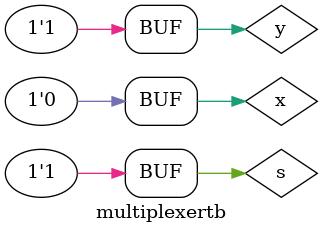
<source format=v>
`timescale 1ns / 1ps


module multiplexertb();    
    wire Out;
    reg s;
    reg x,y;
multiplexer2to1 uut(x,y,s,Out);
initial
    begin
    x = 1'b0;
    y = 1'b1;
    s = 1'b0;
    #100;
    s = 1'b1;
    #100;
    end
endmodule

</source>
